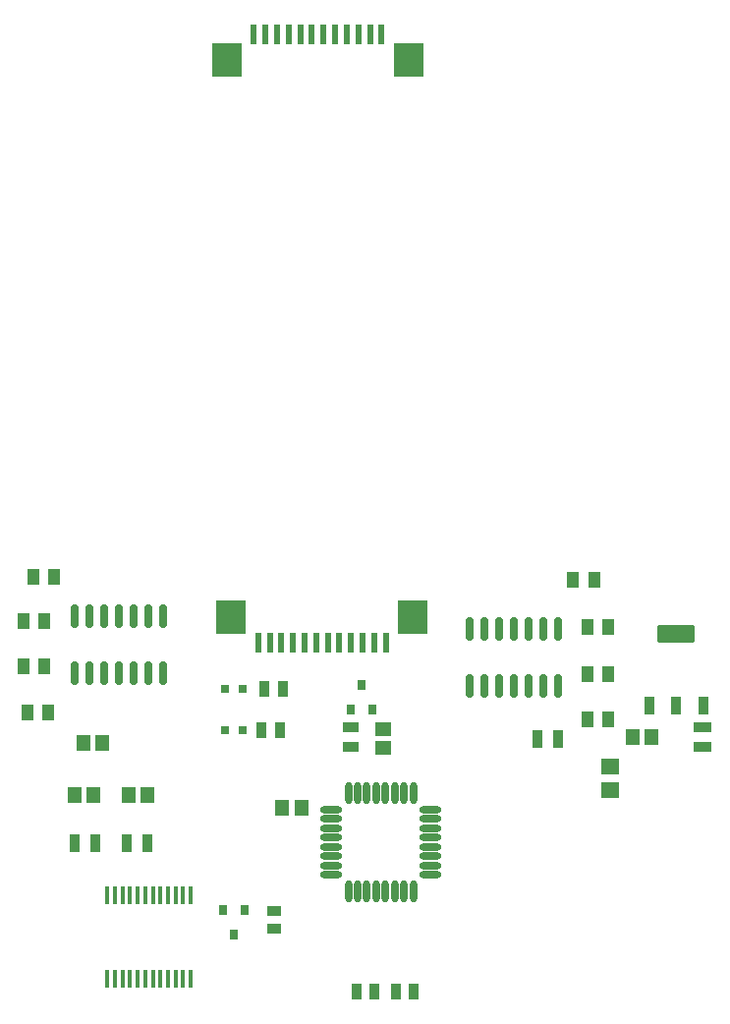
<source format=gtp>
G04*
G04 #@! TF.GenerationSoftware,Altium Limited,Altium Designer,23.10.1 (27)*
G04*
G04 Layer_Color=8421504*
%FSLAX44Y44*%
%MOMM*%
G71*
G04*
G04 #@! TF.SameCoordinates,2FD0DFDD-310B-44B2-BA78-C92062C4FB9D*
G04*
G04*
G04 #@! TF.FilePolarity,Positive*
G04*
G01*
G75*
%ADD19R,1.6000X0.9500*%
%ADD20O,1.9500X0.6000*%
%ADD21O,0.6000X1.9500*%
%ADD22R,0.4000X1.5000*%
%ADD23R,0.9500X1.3500*%
%ADD24R,0.8000X0.8000*%
%ADD25R,0.8500X1.3500*%
%ADD26R,1.4562X1.3046*%
%ADD27R,0.8000X0.9000*%
%ADD28R,1.3500X0.8500*%
%ADD29R,1.3046X1.4562*%
G04:AMPARAMS|DCode=30|XSize=1.97mm|YSize=0.6mm|CornerRadius=0.15mm|HoleSize=0mm|Usage=FLASHONLY|Rotation=270.000|XOffset=0mm|YOffset=0mm|HoleType=Round|Shape=RoundedRectangle|*
%AMROUNDEDRECTD30*
21,1,1.9700,0.3000,0,0,270.0*
21,1,1.6700,0.6000,0,0,270.0*
1,1,0.3000,-0.1500,-0.8350*
1,1,0.3000,-0.1500,0.8350*
1,1,0.3000,0.1500,0.8350*
1,1,0.3000,0.1500,-0.8350*
%
%ADD30ROUNDEDRECTD30*%
%ADD31R,1.2621X0.8081*%
%ADD32R,0.9500X1.6000*%
%ADD33R,1.0000X1.3500*%
%ADD34R,1.5500X1.3500*%
G04:AMPARAMS|DCode=35|XSize=3.15mm|YSize=1.45mm|CornerRadius=0.0508mm|HoleSize=0mm|Usage=FLASHONLY|Rotation=180.000|XOffset=0mm|YOffset=0mm|HoleType=Round|Shape=RoundedRectangle|*
%AMROUNDEDRECTD35*
21,1,3.1500,1.3485,0,0,180.0*
21,1,3.0485,1.4500,0,0,180.0*
1,1,0.1015,-1.5243,0.6743*
1,1,0.1015,1.5243,0.6743*
1,1,0.1015,1.5243,-0.6743*
1,1,0.1015,-1.5243,-0.6743*
%
%ADD35ROUNDEDRECTD35*%
G04:AMPARAMS|DCode=36|XSize=0.9mm|YSize=1.45mm|CornerRadius=0.0495mm|HoleSize=0mm|Usage=FLASHONLY|Rotation=180.000|XOffset=0mm|YOffset=0mm|HoleType=Round|Shape=RoundedRectangle|*
%AMROUNDEDRECTD36*
21,1,0.9000,1.3510,0,0,180.0*
21,1,0.8010,1.4500,0,0,180.0*
1,1,0.0990,-0.4005,0.6755*
1,1,0.0990,0.4005,0.6755*
1,1,0.0990,0.4005,-0.6755*
1,1,0.0990,-0.4005,-0.6755*
%
%ADD36ROUNDEDRECTD36*%
%ADD37R,2.6000X3.0000*%
%ADD38R,0.6000X1.8000*%
%ADD39R,1.2000X1.4500*%
D19*
X826620Y237630D02*
D03*
Y255130D02*
D03*
D20*
X506710Y127810D02*
D03*
Y135810D02*
D03*
Y143810D02*
D03*
Y151810D02*
D03*
Y159810D02*
D03*
Y167810D02*
D03*
Y175810D02*
D03*
Y183810D02*
D03*
X591710D02*
D03*
Y175810D02*
D03*
Y167810D02*
D03*
Y159810D02*
D03*
Y151810D02*
D03*
Y143810D02*
D03*
Y135810D02*
D03*
Y127810D02*
D03*
D21*
X521210Y198310D02*
D03*
X529210D02*
D03*
X537210D02*
D03*
X545210D02*
D03*
X553210D02*
D03*
X561210D02*
D03*
X569210D02*
D03*
X577210D02*
D03*
Y113310D02*
D03*
X569210D02*
D03*
X561210D02*
D03*
X553210D02*
D03*
X545210D02*
D03*
X537210D02*
D03*
X529210D02*
D03*
X521210D02*
D03*
D22*
X385220Y110290D02*
D03*
X378720D02*
D03*
X313720D02*
D03*
X320220D02*
D03*
X326720D02*
D03*
X333220D02*
D03*
X339720D02*
D03*
X346220D02*
D03*
X352720D02*
D03*
X359220D02*
D03*
X365720D02*
D03*
X372220D02*
D03*
Y37790D02*
D03*
X365720D02*
D03*
X333220D02*
D03*
X326720D02*
D03*
X339720D02*
D03*
X346220D02*
D03*
X313720D02*
D03*
X320220D02*
D03*
X352720D02*
D03*
X359220D02*
D03*
X378720D02*
D03*
X385220D02*
D03*
D23*
X543798Y26924D02*
D03*
X528798D02*
D03*
X562580Y27178D02*
D03*
X577580D02*
D03*
D24*
X430259Y288289D02*
D03*
X415259D02*
D03*
X430259Y252729D02*
D03*
X415259D02*
D03*
D25*
X465300Y288290D02*
D03*
X448800D02*
D03*
X462760Y252730D02*
D03*
X446260D02*
D03*
D26*
X551030Y237052D02*
D03*
Y253168D02*
D03*
D27*
X522970Y270290D02*
D03*
X541970D02*
D03*
X532470Y291290D02*
D03*
X432260Y97630D02*
D03*
X413260D02*
D03*
X422760Y76630D02*
D03*
D28*
X523090Y238130D02*
D03*
Y254630D02*
D03*
D29*
X292782Y241300D02*
D03*
X308898D02*
D03*
X301778Y196540D02*
D03*
X285662D02*
D03*
X331604D02*
D03*
X347720D02*
D03*
X782608Y246380D02*
D03*
X766492D02*
D03*
D30*
X702070Y290290D02*
D03*
X689370D02*
D03*
X676670D02*
D03*
X663970D02*
D03*
X651270D02*
D03*
X638570D02*
D03*
X625870D02*
D03*
Y339790D02*
D03*
X638570D02*
D03*
X651270D02*
D03*
X663970D02*
D03*
X676670D02*
D03*
X689370D02*
D03*
X702070D02*
D03*
X285620Y350540D02*
D03*
X298320D02*
D03*
X311020D02*
D03*
X323720D02*
D03*
X336420D02*
D03*
X349120D02*
D03*
X361820D02*
D03*
Y301040D02*
D03*
X349120D02*
D03*
X336420D02*
D03*
X323720D02*
D03*
X311020D02*
D03*
X298320D02*
D03*
X285620D02*
D03*
D31*
X457050Y96920D02*
D03*
Y80880D02*
D03*
D32*
X347690Y154940D02*
D03*
X330190D02*
D03*
X285740D02*
D03*
X303240D02*
D03*
X702020Y245110D02*
D03*
X684520D02*
D03*
D33*
X262850Y267970D02*
D03*
X244850D02*
D03*
X259150Y307340D02*
D03*
X241150D02*
D03*
X241040Y346710D02*
D03*
X259040D02*
D03*
X249930Y384810D02*
D03*
X267930D02*
D03*
X745450Y300990D02*
D03*
X727450D02*
D03*
X745450Y261620D02*
D03*
X727450D02*
D03*
X714970Y381540D02*
D03*
X732970D02*
D03*
X727450Y341630D02*
D03*
X745450D02*
D03*
D34*
X746610Y201070D02*
D03*
Y220570D02*
D03*
D35*
X803970Y335040D02*
D03*
D36*
X826970Y273540D02*
D03*
X803970D02*
D03*
X780970D02*
D03*
D37*
X573359Y829766D02*
D03*
X416359D02*
D03*
X576970Y349740D02*
D03*
X419970D02*
D03*
D38*
X549859Y851466D02*
D03*
X539859D02*
D03*
X529859D02*
D03*
X519859D02*
D03*
X509859D02*
D03*
X499859D02*
D03*
X489859D02*
D03*
X479859D02*
D03*
X469859D02*
D03*
X459859D02*
D03*
X449859D02*
D03*
X439859D02*
D03*
X553470Y328040D02*
D03*
X543470D02*
D03*
X533470D02*
D03*
X523470D02*
D03*
X513470D02*
D03*
X503470D02*
D03*
X493470D02*
D03*
X483470D02*
D03*
X473470D02*
D03*
X463470D02*
D03*
X453470D02*
D03*
X443470D02*
D03*
D39*
X480790Y185420D02*
D03*
X463790D02*
D03*
M02*

</source>
